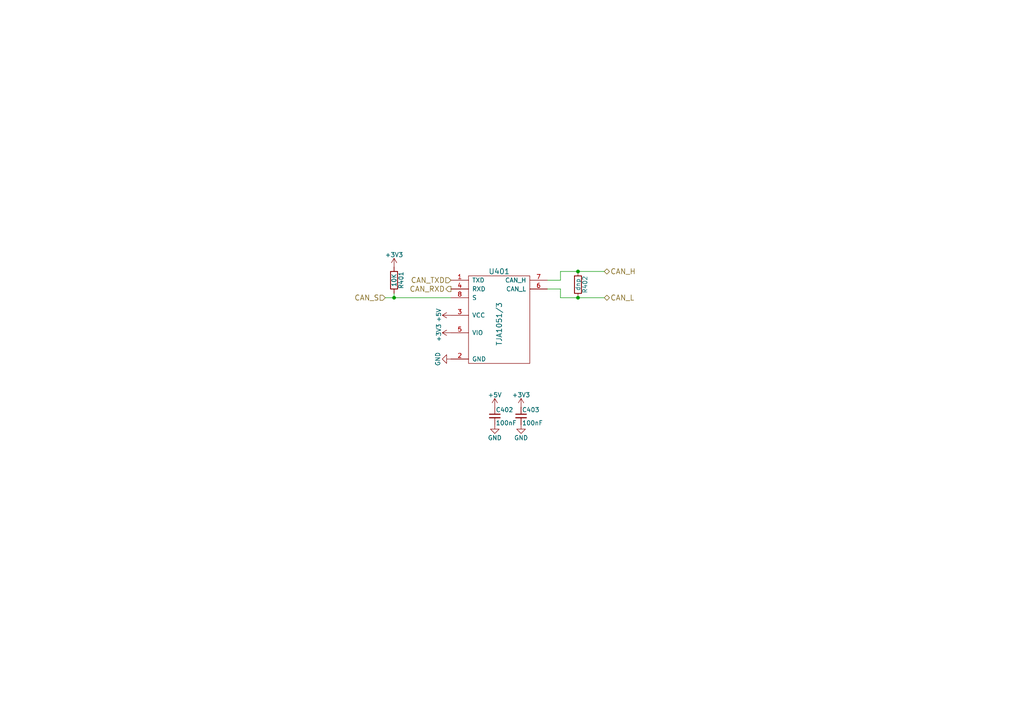
<source format=kicad_sch>
(kicad_sch
	(version 20231120)
	(generator "eeschema")
	(generator_version "8.0")
	(uuid "b97bad5c-2c5c-4d2c-b11c-9c3c5040d54a")
	(paper "A4")
	(lib_symbols
		(symbol "candleLight-rescue:+3V3"
			(power)
			(pin_names
				(offset 0)
			)
			(exclude_from_sim no)
			(in_bom yes)
			(on_board yes)
			(property "Reference" "#PWR"
				(at 0 -3.81 0)
				(effects
					(font
						(size 1.27 1.27)
					)
					(hide yes)
				)
			)
			(property "Value" "+3V3"
				(at 0 3.556 0)
				(effects
					(font
						(size 1.27 1.27)
					)
				)
			)
			(property "Footprint" ""
				(at 0 0 0)
				(effects
					(font
						(size 1.27 1.27)
					)
				)
			)
			(property "Datasheet" ""
				(at 0 0 0)
				(effects
					(font
						(size 1.27 1.27)
					)
				)
			)
			(property "Description" ""
				(at 0 0 0)
				(effects
					(font
						(size 1.27 1.27)
					)
					(hide yes)
				)
			)
			(property "Field5" ""
				(at 0 0 0)
				(effects
					(font
						(size 1.27 1.27)
					)
					(hide yes)
				)
			)
			(symbol "+3V3_0_1"
				(polyline
					(pts
						(xy -0.762 1.27) (xy 0 2.54)
					)
					(stroke
						(width 0)
						(type solid)
					)
					(fill
						(type none)
					)
				)
				(polyline
					(pts
						(xy 0 0) (xy 0 2.54)
					)
					(stroke
						(width 0)
						(type solid)
					)
					(fill
						(type none)
					)
				)
				(polyline
					(pts
						(xy 0 2.54) (xy 0.762 1.27)
					)
					(stroke
						(width 0)
						(type solid)
					)
					(fill
						(type none)
					)
				)
			)
			(symbol "+3V3_1_1"
				(pin power_in line
					(at 0 0 90)
					(length 0) hide
					(name "+3V3"
						(effects
							(font
								(size 1.27 1.27)
							)
						)
					)
					(number "1"
						(effects
							(font
								(size 1.27 1.27)
							)
						)
					)
				)
			)
		)
		(symbol "candleLight-rescue:+5V"
			(power)
			(pin_names
				(offset 0)
			)
			(exclude_from_sim no)
			(in_bom yes)
			(on_board yes)
			(property "Reference" "#PWR"
				(at 0 -3.81 0)
				(effects
					(font
						(size 1.27 1.27)
					)
					(hide yes)
				)
			)
			(property "Value" "+5V"
				(at 0 3.556 0)
				(effects
					(font
						(size 1.27 1.27)
					)
				)
			)
			(property "Footprint" ""
				(at 0 0 0)
				(effects
					(font
						(size 1.27 1.27)
					)
				)
			)
			(property "Datasheet" ""
				(at 0 0 0)
				(effects
					(font
						(size 1.27 1.27)
					)
				)
			)
			(property "Description" ""
				(at 0 0 0)
				(effects
					(font
						(size 1.27 1.27)
					)
					(hide yes)
				)
			)
			(property "Field5" ""
				(at 0 0 0)
				(effects
					(font
						(size 1.27 1.27)
					)
					(hide yes)
				)
			)
			(symbol "+5V_0_1"
				(polyline
					(pts
						(xy -0.762 1.27) (xy 0 2.54)
					)
					(stroke
						(width 0)
						(type solid)
					)
					(fill
						(type none)
					)
				)
				(polyline
					(pts
						(xy 0 0) (xy 0 2.54)
					)
					(stroke
						(width 0)
						(type solid)
					)
					(fill
						(type none)
					)
				)
				(polyline
					(pts
						(xy 0 2.54) (xy 0.762 1.27)
					)
					(stroke
						(width 0)
						(type solid)
					)
					(fill
						(type none)
					)
				)
			)
			(symbol "+5V_1_1"
				(pin power_in line
					(at 0 0 90)
					(length 0) hide
					(name "+5V"
						(effects
							(font
								(size 1.27 1.27)
							)
						)
					)
					(number "1"
						(effects
							(font
								(size 1.27 1.27)
							)
						)
					)
				)
			)
		)
		(symbol "candleLight-rescue:C_Small"
			(pin_numbers hide)
			(pin_names
				(offset 0.254) hide)
			(exclude_from_sim no)
			(in_bom yes)
			(on_board yes)
			(property "Reference" "C"
				(at 0.254 1.778 0)
				(effects
					(font
						(size 1.27 1.27)
					)
					(justify left)
				)
			)
			(property "Value" "C_Small"
				(at 0.254 -2.032 0)
				(effects
					(font
						(size 1.27 1.27)
					)
					(justify left)
				)
			)
			(property "Footprint" ""
				(at 0 0 0)
				(effects
					(font
						(size 1.27 1.27)
					)
				)
			)
			(property "Datasheet" ""
				(at 0 0 0)
				(effects
					(font
						(size 1.27 1.27)
					)
				)
			)
			(property "Description" ""
				(at 0 0 0)
				(effects
					(font
						(size 1.27 1.27)
					)
					(hide yes)
				)
			)
			(property "Field5" ""
				(at 0 0 0)
				(effects
					(font
						(size 1.27 1.27)
					)
					(hide yes)
				)
			)
			(property "ki_fp_filters" "C? C_????_* C_???? SMD*_c Capacitor*"
				(at 0 0 0)
				(effects
					(font
						(size 1.27 1.27)
					)
					(hide yes)
				)
			)
			(symbol "C_Small_0_1"
				(polyline
					(pts
						(xy -1.524 -0.508) (xy 1.524 -0.508)
					)
					(stroke
						(width 0.3302)
						(type solid)
					)
					(fill
						(type none)
					)
				)
				(polyline
					(pts
						(xy -1.524 0.508) (xy 1.524 0.508)
					)
					(stroke
						(width 0.3048)
						(type solid)
					)
					(fill
						(type none)
					)
				)
			)
			(symbol "C_Small_1_1"
				(pin passive line
					(at 0 2.54 270)
					(length 1.905)
					(name "~"
						(effects
							(font
								(size 1.016 1.016)
							)
						)
					)
					(number "1"
						(effects
							(font
								(size 1.016 1.016)
							)
						)
					)
				)
				(pin passive line
					(at 0 -2.54 90)
					(length 2.032)
					(name "~"
						(effects
							(font
								(size 1.016 1.016)
							)
						)
					)
					(number "2"
						(effects
							(font
								(size 1.016 1.016)
							)
						)
					)
				)
			)
		)
		(symbol "candleLight-rescue:GND"
			(power)
			(pin_names
				(offset 0)
			)
			(exclude_from_sim no)
			(in_bom yes)
			(on_board yes)
			(property "Reference" "#PWR"
				(at 0 -6.35 0)
				(effects
					(font
						(size 1.27 1.27)
					)
					(hide yes)
				)
			)
			(property "Value" "GND"
				(at 0 -3.81 0)
				(effects
					(font
						(size 1.27 1.27)
					)
				)
			)
			(property "Footprint" ""
				(at 0 0 0)
				(effects
					(font
						(size 1.27 1.27)
					)
				)
			)
			(property "Datasheet" ""
				(at 0 0 0)
				(effects
					(font
						(size 1.27 1.27)
					)
				)
			)
			(property "Description" ""
				(at 0 0 0)
				(effects
					(font
						(size 1.27 1.27)
					)
					(hide yes)
				)
			)
			(property "Field5" ""
				(at 0 0 0)
				(effects
					(font
						(size 1.27 1.27)
					)
					(hide yes)
				)
			)
			(symbol "GND_0_1"
				(polyline
					(pts
						(xy 0 0) (xy 0 -1.27) (xy 1.27 -1.27) (xy 0 -2.54) (xy -1.27 -1.27) (xy 0 -1.27)
					)
					(stroke
						(width 0)
						(type solid)
					)
					(fill
						(type none)
					)
				)
			)
			(symbol "GND_1_1"
				(pin power_in line
					(at 0 0 270)
					(length 0) hide
					(name "GND"
						(effects
							(font
								(size 1.27 1.27)
							)
						)
					)
					(number "1"
						(effects
							(font
								(size 1.27 1.27)
							)
						)
					)
				)
			)
		)
		(symbol "candleLight-rescue:R"
			(pin_numbers hide)
			(pin_names
				(offset 0)
			)
			(exclude_from_sim no)
			(in_bom yes)
			(on_board yes)
			(property "Reference" "R"
				(at 2.032 0 90)
				(effects
					(font
						(size 1.27 1.27)
					)
				)
			)
			(property "Value" "R"
				(at 0 0 90)
				(effects
					(font
						(size 1.27 1.27)
					)
				)
			)
			(property "Footprint" ""
				(at -1.778 0 90)
				(effects
					(font
						(size 1.27 1.27)
					)
				)
			)
			(property "Datasheet" ""
				(at 0 0 0)
				(effects
					(font
						(size 1.27 1.27)
					)
				)
			)
			(property "Description" ""
				(at 0 0 0)
				(effects
					(font
						(size 1.27 1.27)
					)
					(hide yes)
				)
			)
			(property "Field5" ""
				(at 0 0 0)
				(effects
					(font
						(size 1.27 1.27)
					)
					(hide yes)
				)
			)
			(property "ki_fp_filters" "R_* Resistor_*"
				(at 0 0 0)
				(effects
					(font
						(size 1.27 1.27)
					)
					(hide yes)
				)
			)
			(symbol "R_0_1"
				(rectangle
					(start -1.016 -2.54)
					(end 1.016 2.54)
					(stroke
						(width 0.254)
						(type solid)
					)
					(fill
						(type none)
					)
				)
			)
			(symbol "R_1_1"
				(pin passive line
					(at 0 3.81 270)
					(length 1.27)
					(name "~"
						(effects
							(font
								(size 1.27 1.27)
							)
						)
					)
					(number "1"
						(effects
							(font
								(size 1.27 1.27)
							)
						)
					)
				)
				(pin passive line
					(at 0 -3.81 90)
					(length 1.27)
					(name "~"
						(effects
							(font
								(size 1.27 1.27)
							)
						)
					)
					(number "2"
						(effects
							(font
								(size 1.27 1.27)
							)
						)
					)
				)
			)
		)
		(symbol "candleLight-rescue:TJA1051/3"
			(pin_names
				(offset 1.016)
			)
			(exclude_from_sim no)
			(in_bom yes)
			(on_board yes)
			(property "Reference" "U"
				(at 0 15.24 0)
				(effects
					(font
						(size 1.524 1.524)
					)
				)
			)
			(property "Value" "TJA1051/3"
				(at 0 0 90)
				(effects
					(font
						(size 1.524 1.524)
					)
				)
			)
			(property "Footprint" ""
				(at 0 3.81 0)
				(effects
					(font
						(size 1.524 1.524)
					)
				)
			)
			(property "Datasheet" ""
				(at 0 3.81 0)
				(effects
					(font
						(size 1.524 1.524)
					)
				)
			)
			(property "Description" ""
				(at 0 0 0)
				(effects
					(font
						(size 1.27 1.27)
					)
					(hide yes)
				)
			)
			(property "Field5" ""
				(at 0 0 0)
				(effects
					(font
						(size 1.27 1.27)
					)
					(hide yes)
				)
			)
			(symbol "TJA1051/3_0_1"
				(rectangle
					(start -8.89 13.97)
					(end 8.89 -11.43)
					(stroke
						(width 0)
						(type solid)
					)
					(fill
						(type none)
					)
				)
			)
			(symbol "TJA1051/3_1_1"
				(pin input line
					(at -13.97 12.7 0)
					(length 5.08)
					(name "TXD"
						(effects
							(font
								(size 1.27 1.27)
							)
						)
					)
					(number "1"
						(effects
							(font
								(size 1.27 1.27)
							)
						)
					)
				)
				(pin input line
					(at -13.97 -10.16 0)
					(length 5.08)
					(name "GND"
						(effects
							(font
								(size 1.27 1.27)
							)
						)
					)
					(number "2"
						(effects
							(font
								(size 1.27 1.27)
							)
						)
					)
				)
				(pin input line
					(at -13.97 2.54 0)
					(length 5.08)
					(name "VCC"
						(effects
							(font
								(size 1.27 1.27)
							)
						)
					)
					(number "3"
						(effects
							(font
								(size 1.27 1.27)
							)
						)
					)
				)
				(pin output line
					(at -13.97 10.16 0)
					(length 5.08)
					(name "RXD"
						(effects
							(font
								(size 1.27 1.27)
							)
						)
					)
					(number "4"
						(effects
							(font
								(size 1.27 1.27)
							)
						)
					)
				)
				(pin input line
					(at -13.97 -2.54 0)
					(length 5.08)
					(name "VIO"
						(effects
							(font
								(size 1.27 1.27)
							)
						)
					)
					(number "5"
						(effects
							(font
								(size 1.27 1.27)
							)
						)
					)
				)
				(pin bidirectional line
					(at 13.97 10.16 180)
					(length 5.08)
					(name "CAN_L"
						(effects
							(font
								(size 1.27 1.27)
							)
						)
					)
					(number "6"
						(effects
							(font
								(size 1.27 1.27)
							)
						)
					)
				)
				(pin bidirectional line
					(at 13.97 12.7 180)
					(length 5.08)
					(name "CAN_H"
						(effects
							(font
								(size 1.27 1.27)
							)
						)
					)
					(number "7"
						(effects
							(font
								(size 1.27 1.27)
							)
						)
					)
				)
				(pin input line
					(at -13.97 7.62 0)
					(length 5.08)
					(name "S"
						(effects
							(font
								(size 1.27 1.27)
							)
						)
					)
					(number "8"
						(effects
							(font
								(size 1.27 1.27)
							)
						)
					)
				)
			)
		)
	)
	(junction
		(at 167.64 78.74)
		(diameter 0)
		(color 0 0 0 0)
		(uuid "051a266b-1027-41c3-91b5-29221fc73e68")
	)
	(junction
		(at 167.64 86.36)
		(diameter 0)
		(color 0 0 0 0)
		(uuid "0a8e22b2-2b05-497c-aa36-9357ceb753e2")
	)
	(junction
		(at 114.3 86.36)
		(diameter 0)
		(color 0 0 0 0)
		(uuid "24344d18-e0fb-46d6-ac55-e81bb919bb94")
	)
	(wire
		(pts
			(xy 162.56 78.74) (xy 167.64 78.74)
		)
		(stroke
			(width 0)
			(type default)
		)
		(uuid "14736039-e8b4-4374-a782-1016ea772b62")
	)
	(wire
		(pts
			(xy 158.75 81.28) (xy 162.56 81.28)
		)
		(stroke
			(width 0)
			(type default)
		)
		(uuid "1c472976-4a25-48ef-b0d5-c9e437c1397b")
	)
	(wire
		(pts
			(xy 114.3 86.36) (xy 111.76 86.36)
		)
		(stroke
			(width 0)
			(type default)
		)
		(uuid "50c7322f-eb32-4482-aca9-77269906beef")
	)
	(wire
		(pts
			(xy 114.3 85.09) (xy 114.3 86.36)
		)
		(stroke
			(width 0)
			(type default)
		)
		(uuid "526acb34-1bd4-4036-83b5-8862dc8c65f8")
	)
	(wire
		(pts
			(xy 167.64 86.36) (xy 175.26 86.36)
		)
		(stroke
			(width 0)
			(type default)
		)
		(uuid "766bcee7-5ba6-408d-9b56-f649c8f1f8a5")
	)
	(wire
		(pts
			(xy 158.75 83.82) (xy 162.56 83.82)
		)
		(stroke
			(width 0)
			(type default)
		)
		(uuid "9774dabe-f8dc-4ee0-b7d1-f6f2c82e9478")
	)
	(wire
		(pts
			(xy 162.56 81.28) (xy 162.56 78.74)
		)
		(stroke
			(width 0)
			(type default)
		)
		(uuid "abdb54b7-53fb-4fa2-a4cb-d098b8318377")
	)
	(wire
		(pts
			(xy 162.56 86.36) (xy 167.64 86.36)
		)
		(stroke
			(width 0)
			(type default)
		)
		(uuid "b8c160b2-eaa0-4553-a1d7-23dd090ec05c")
	)
	(wire
		(pts
			(xy 167.64 78.74) (xy 175.26 78.74)
		)
		(stroke
			(width 0)
			(type default)
		)
		(uuid "c661fc88-f21a-46ba-b598-5421d0a0c4e6")
	)
	(wire
		(pts
			(xy 130.81 86.36) (xy 114.3 86.36)
		)
		(stroke
			(width 0)
			(type default)
		)
		(uuid "d6dcabdd-caf3-4435-bc6b-bbb11d180bdc")
	)
	(wire
		(pts
			(xy 162.56 83.82) (xy 162.56 86.36)
		)
		(stroke
			(width 0)
			(type default)
		)
		(uuid "f5fe6741-454c-4e15-a476-fe59af208948")
	)
	(hierarchical_label "CAN_H"
		(shape bidirectional)
		(at 175.26 78.74 0)
		(fields_autoplaced yes)
		(effects
			(font
				(size 1.524 1.524)
			)
			(justify left)
		)
		(uuid "0f82454d-02d7-4e00-9cdf-e1bd155e494b")
	)
	(hierarchical_label "CAN_TXD"
		(shape input)
		(at 130.81 81.28 180)
		(fields_autoplaced yes)
		(effects
			(font
				(size 1.524 1.524)
			)
			(justify right)
		)
		(uuid "385a0e14-4ad2-4026-9bb8-e0a7014d60e3")
	)
	(hierarchical_label "CAN_L"
		(shape bidirectional)
		(at 175.26 86.36 0)
		(fields_autoplaced yes)
		(effects
			(font
				(size 1.524 1.524)
			)
			(justify left)
		)
		(uuid "418f0bac-7abc-4885-9533-f88b0f0d77ce")
	)
	(hierarchical_label "CAN_RXD"
		(shape output)
		(at 130.81 83.82 180)
		(fields_autoplaced yes)
		(effects
			(font
				(size 1.524 1.524)
			)
			(justify right)
		)
		(uuid "a9027be8-5857-4a14-8b87-82ad22f46bb5")
	)
	(hierarchical_label "CAN_S"
		(shape input)
		(at 111.76 86.36 180)
		(fields_autoplaced yes)
		(effects
			(font
				(size 1.524 1.524)
			)
			(justify right)
		)
		(uuid "fd6a5d90-3592-4b42-831b-f8340516c9ed")
	)
	(symbol
		(lib_id "candleLight-rescue:GND")
		(at 130.81 104.14 270)
		(unit 1)
		(exclude_from_sim no)
		(in_bom yes)
		(on_board yes)
		(dnp no)
		(uuid "00000000-0000-0000-0000-000056f59a07")
		(property "Reference" "#PWR024"
			(at 124.46 104.14 0)
			(effects
				(font
					(size 1.27 1.27)
				)
				(hide yes)
			)
		)
		(property "Value" "GND"
			(at 127 104.14 0)
			(effects
				(font
					(size 1.27 1.27)
				)
			)
		)
		(property "Footprint" ""
			(at 130.81 104.14 0)
			(effects
				(font
					(size 1.27 1.27)
				)
			)
		)
		(property "Datasheet" ""
			(at 130.81 104.14 0)
			(effects
				(font
					(size 1.27 1.27)
				)
			)
		)
		(property "Description" ""
			(at 130.81 104.14 0)
			(effects
				(font
					(size 1.27 1.27)
				)
				(hide yes)
			)
		)
		(pin "1"
			(uuid "f2940250-31a9-452f-8004-b2b61145a86c")
		)
		(instances
			(project "candleLight"
				(path "/a7c5f877-da93-493b-a81a-835318e2a893/00000000-0000-0000-0000-000056f3b1ac"
					(reference "#PWR024")
					(unit 1)
				)
			)
		)
	)
	(symbol
		(lib_id "candleLight-rescue:TJA1051/3")
		(at 144.78 93.98 0)
		(unit 1)
		(exclude_from_sim no)
		(in_bom yes)
		(on_board yes)
		(dnp no)
		(uuid "00000000-0000-0000-0000-000056f5a273")
		(property "Reference" "U401"
			(at 144.78 78.74 0)
			(effects
				(font
					(size 1.524 1.524)
				)
			)
		)
		(property "Value" "TJA1051/3"
			(at 144.78 93.98 90)
			(effects
				(font
					(size 1.524 1.524)
				)
			)
		)
		(property "Footprint" "Housings_SOIC:SOIC-8_3.9x4.9mm_Pitch1.27mm"
			(at 144.78 90.17 0)
			(effects
				(font
					(size 1.524 1.524)
				)
				(hide yes)
			)
		)
		(property "Datasheet" ""
			(at 144.78 90.17 0)
			(effects
				(font
					(size 1.524 1.524)
				)
			)
		)
		(property "Description" ""
			(at 144.78 93.98 0)
			(effects
				(font
					(size 1.27 1.27)
				)
				(hide yes)
			)
		)
		(pin "2"
			(uuid "6e0b2e22-dc23-459d-b1a6-c9f3a9b91d24")
		)
		(pin "4"
			(uuid "80bbc2ed-132f-400e-8d01-b8c1fcab043c")
		)
		(pin "5"
			(uuid "bea54c48-9dab-43bd-909b-e16e9541be1c")
		)
		(pin "7"
			(uuid "6418e180-5ab8-4e21-b415-15a985c3bd03")
		)
		(pin "8"
			(uuid "46c3b016-b882-4f8b-8c6f-532e343b5c87")
		)
		(pin "3"
			(uuid "ac8f6469-ba03-4f3c-aae5-4a2bf53e903d")
		)
		(pin "6"
			(uuid "83a33861-ab9b-4844-830d-24f9bcd74fb5")
		)
		(pin "1"
			(uuid "9ca0129c-6f9a-4874-9b8e-b792755ff9ec")
		)
		(instances
			(project "candleLight"
				(path "/a7c5f877-da93-493b-a81a-835318e2a893/00000000-0000-0000-0000-000056f3b1ac"
					(reference "U401")
					(unit 1)
				)
			)
		)
	)
	(symbol
		(lib_id "candleLight-rescue:C_Small")
		(at 151.13 120.65 0)
		(unit 1)
		(exclude_from_sim no)
		(in_bom yes)
		(on_board yes)
		(dnp no)
		(uuid "00000000-0000-0000-0000-000056f5a3fd")
		(property "Reference" "C403"
			(at 151.384 118.872 0)
			(effects
				(font
					(size 1.27 1.27)
				)
				(justify left)
			)
		)
		(property "Value" "100nF"
			(at 151.384 122.682 0)
			(effects
				(font
					(size 1.27 1.27)
				)
				(justify left)
			)
		)
		(property "Footprint" "Capacitors_SMD:C_0603"
			(at 151.13 120.65 0)
			(effects
				(font
					(size 1.27 1.27)
				)
				(hide yes)
			)
		)
		(property "Datasheet" ""
			(at 151.13 120.65 0)
			(effects
				(font
					(size 1.27 1.27)
				)
			)
		)
		(property "Description" ""
			(at 151.13 120.65 0)
			(effects
				(font
					(size 1.27 1.27)
				)
				(hide yes)
			)
		)
		(pin "2"
			(uuid "999c8b5d-aa81-448e-ad60-4562f6eed62a")
		)
		(pin "1"
			(uuid "e7b29d63-3ba9-4c1d-ab6a-062cd99f6e26")
		)
		(instances
			(project "candleLight"
				(path "/a7c5f877-da93-493b-a81a-835318e2a893/00000000-0000-0000-0000-000056f3b1ac"
					(reference "C403")
					(unit 1)
				)
			)
		)
	)
	(symbol
		(lib_id "candleLight-rescue:C_Small")
		(at 143.51 120.65 0)
		(unit 1)
		(exclude_from_sim no)
		(in_bom yes)
		(on_board yes)
		(dnp no)
		(uuid "00000000-0000-0000-0000-000056f5a44c")
		(property "Reference" "C402"
			(at 143.764 118.872 0)
			(effects
				(font
					(size 1.27 1.27)
				)
				(justify left)
			)
		)
		(property "Value" "100nF"
			(at 143.764 122.682 0)
			(effects
				(font
					(size 1.27 1.27)
				)
				(justify left)
			)
		)
		(property "Footprint" "Capacitors_SMD:C_0603"
			(at 143.51 120.65 0)
			(effects
				(font
					(size 1.27 1.27)
				)
				(hide yes)
			)
		)
		(property "Datasheet" ""
			(at 143.51 120.65 0)
			(effects
				(font
					(size 1.27 1.27)
				)
			)
		)
		(property "Description" ""
			(at 143.51 120.65 0)
			(effects
				(font
					(size 1.27 1.27)
				)
				(hide yes)
			)
		)
		(pin "1"
			(uuid "28e420d7-516c-4da6-83f5-fdadfd92df03")
		)
		(pin "2"
			(uuid "16d8cda1-7bc0-4223-b708-dc4e343680d8")
		)
		(instances
			(project "candleLight"
				(path "/a7c5f877-da93-493b-a81a-835318e2a893/00000000-0000-0000-0000-000056f3b1ac"
					(reference "C402")
					(unit 1)
				)
			)
		)
	)
	(symbol
		(lib_id "candleLight-rescue:GND")
		(at 143.51 123.19 0)
		(unit 1)
		(exclude_from_sim no)
		(in_bom yes)
		(on_board yes)
		(dnp no)
		(uuid "00000000-0000-0000-0000-000056f5a5ea")
		(property "Reference" "#PWR025"
			(at 143.51 129.54 0)
			(effects
				(font
					(size 1.27 1.27)
				)
				(hide yes)
			)
		)
		(property "Value" "GND"
			(at 143.51 127 0)
			(effects
				(font
					(size 1.27 1.27)
				)
			)
		)
		(property "Footprint" ""
			(at 143.51 123.19 0)
			(effects
				(font
					(size 1.27 1.27)
				)
			)
		)
		(property "Datasheet" ""
			(at 143.51 123.19 0)
			(effects
				(font
					(size 1.27 1.27)
				)
			)
		)
		(property "Description" ""
			(at 143.51 123.19 0)
			(effects
				(font
					(size 1.27 1.27)
				)
				(hide yes)
			)
		)
		(pin "1"
			(uuid "2dae0d54-2420-4c9b-b7cd-57821e6de984")
		)
		(instances
			(project "candleLight"
				(path "/a7c5f877-da93-493b-a81a-835318e2a893/00000000-0000-0000-0000-000056f3b1ac"
					(reference "#PWR025")
					(unit 1)
				)
			)
		)
	)
	(symbol
		(lib_id "candleLight-rescue:GND")
		(at 151.13 123.19 0)
		(unit 1)
		(exclude_from_sim no)
		(in_bom yes)
		(on_board yes)
		(dnp no)
		(uuid "00000000-0000-0000-0000-000056f5a60a")
		(property "Reference" "#PWR026"
			(at 151.13 129.54 0)
			(effects
				(font
					(size 1.27 1.27)
				)
				(hide yes)
			)
		)
		(property "Value" "GND"
			(at 151.13 127 0)
			(effects
				(font
					(size 1.27 1.27)
				)
			)
		)
		(property "Footprint" ""
			(at 151.13 123.19 0)
			(effects
				(font
					(size 1.27 1.27)
				)
			)
		)
		(property "Datasheet" ""
			(at 151.13 123.19 0)
			(effects
				(font
					(size 1.27 1.27)
				)
			)
		)
		(property "Description" ""
			(at 151.13 123.19 0)
			(effects
				(font
					(size 1.27 1.27)
				)
				(hide yes)
			)
		)
		(pin "1"
			(uuid "13f45430-58c0-43b9-8a6e-c10154e6cc02")
		)
		(instances
			(project "candleLight"
				(path "/a7c5f877-da93-493b-a81a-835318e2a893/00000000-0000-0000-0000-000056f3b1ac"
					(reference "#PWR026")
					(unit 1)
				)
			)
		)
	)
	(symbol
		(lib_id "candleLight-rescue:+3V3")
		(at 151.13 118.11 0)
		(unit 1)
		(exclude_from_sim no)
		(in_bom yes)
		(on_board yes)
		(dnp no)
		(uuid "00000000-0000-0000-0000-000056f5a80b")
		(property "Reference" "#PWR027"
			(at 151.13 121.92 0)
			(effects
				(font
					(size 1.27 1.27)
				)
				(hide yes)
			)
		)
		(property "Value" "+3V3"
			(at 151.13 114.554 0)
			(effects
				(font
					(size 1.27 1.27)
				)
			)
		)
		(property "Footprint" ""
			(at 151.13 118.11 0)
			(effects
				(font
					(size 1.27 1.27)
				)
			)
		)
		(property "Datasheet" ""
			(at 151.13 118.11 0)
			(effects
				(font
					(size 1.27 1.27)
				)
			)
		)
		(property "Description" ""
			(at 151.13 118.11 0)
			(effects
				(font
					(size 1.27 1.27)
				)
				(hide yes)
			)
		)
		(pin "1"
			(uuid "de3ec040-c143-4ef0-b3f1-692a2927f7ef")
		)
		(instances
			(project "candleLight"
				(path "/a7c5f877-da93-493b-a81a-835318e2a893/00000000-0000-0000-0000-000056f3b1ac"
					(reference "#PWR027")
					(unit 1)
				)
			)
		)
	)
	(symbol
		(lib_id "candleLight-rescue:+5V")
		(at 143.51 118.11 0)
		(unit 1)
		(exclude_from_sim no)
		(in_bom yes)
		(on_board yes)
		(dnp no)
		(uuid "00000000-0000-0000-0000-000056f5a9e6")
		(property "Reference" "#PWR028"
			(at 143.51 121.92 0)
			(effects
				(font
					(size 1.27 1.27)
				)
				(hide yes)
			)
		)
		(property "Value" "+5V"
			(at 143.51 114.554 0)
			(effects
				(font
					(size 1.27 1.27)
				)
			)
		)
		(property "Footprint" ""
			(at 143.51 118.11 0)
			(effects
				(font
					(size 1.27 1.27)
				)
			)
		)
		(property "Datasheet" ""
			(at 143.51 118.11 0)
			(effects
				(font
					(size 1.27 1.27)
				)
			)
		)
		(property "Description" ""
			(at 143.51 118.11 0)
			(effects
				(font
					(size 1.27 1.27)
				)
				(hide yes)
			)
		)
		(pin "1"
			(uuid "b7f2b01f-d93f-4aa1-abd6-29d159e45ad8")
		)
		(instances
			(project "candleLight"
				(path "/a7c5f877-da93-493b-a81a-835318e2a893/00000000-0000-0000-0000-000056f3b1ac"
					(reference "#PWR028")
					(unit 1)
				)
			)
		)
	)
	(symbol
		(lib_id "candleLight-rescue:+3V3")
		(at 130.81 96.52 90)
		(unit 1)
		(exclude_from_sim no)
		(in_bom yes)
		(on_board yes)
		(dnp no)
		(uuid "00000000-0000-0000-0000-000056f5ab59")
		(property "Reference" "#PWR029"
			(at 134.62 96.52 0)
			(effects
				(font
					(size 1.27 1.27)
				)
				(hide yes)
			)
		)
		(property "Value" "+3V3"
			(at 127.254 96.52 0)
			(effects
				(font
					(size 1.27 1.27)
				)
			)
		)
		(property "Footprint" ""
			(at 130.81 96.52 0)
			(effects
				(font
					(size 1.27 1.27)
				)
			)
		)
		(property "Datasheet" ""
			(at 130.81 96.52 0)
			(effects
				(font
					(size 1.27 1.27)
				)
			)
		)
		(property "Description" ""
			(at 130.81 96.52 0)
			(effects
				(font
					(size 1.27 1.27)
				)
				(hide yes)
			)
		)
		(pin "1"
			(uuid "0c46b11c-290c-403c-9d4e-13f4c32a9fb0")
		)
		(instances
			(project "candleLight"
				(path "/a7c5f877-da93-493b-a81a-835318e2a893/00000000-0000-0000-0000-000056f3b1ac"
					(reference "#PWR029")
					(unit 1)
				)
			)
		)
	)
	(symbol
		(lib_id "candleLight-rescue:+5V")
		(at 130.81 91.44 90)
		(unit 1)
		(exclude_from_sim no)
		(in_bom yes)
		(on_board yes)
		(dnp no)
		(uuid "00000000-0000-0000-0000-000056f5ab75")
		(property "Reference" "#PWR030"
			(at 134.62 91.44 0)
			(effects
				(font
					(size 1.27 1.27)
				)
				(hide yes)
			)
		)
		(property "Value" "+5V"
			(at 127.254 91.44 0)
			(effects
				(font
					(size 1.27 1.27)
				)
			)
		)
		(property "Footprint" ""
			(at 130.81 91.44 0)
			(effects
				(font
					(size 1.27 1.27)
				)
			)
		)
		(property "Datasheet" ""
			(at 130.81 91.44 0)
			(effects
				(font
					(size 1.27 1.27)
				)
			)
		)
		(property "Description" ""
			(at 130.81 91.44 0)
			(effects
				(font
					(size 1.27 1.27)
				)
				(hide yes)
			)
		)
		(pin "1"
			(uuid "1e793566-89fc-4f7b-a447-7dba1116ffd4")
		)
		(instances
			(project "candleLight"
				(path "/a7c5f877-da93-493b-a81a-835318e2a893/00000000-0000-0000-0000-000056f3b1ac"
					(reference "#PWR030")
					(unit 1)
				)
			)
		)
	)
	(symbol
		(lib_id "candleLight-rescue:R")
		(at 114.3 81.28 0)
		(unit 1)
		(exclude_from_sim no)
		(in_bom yes)
		(on_board yes)
		(dnp no)
		(uuid "00000000-0000-0000-0000-000056f69c0c")
		(property "Reference" "R401"
			(at 116.332 81.28 90)
			(effects
				(font
					(size 1.27 1.27)
				)
			)
		)
		(property "Value" "10K"
			(at 114.3 81.28 90)
			(effects
				(font
					(size 1.27 1.27)
				)
			)
		)
		(property "Footprint" "Resistors_SMD:R_0603"
			(at 112.522 81.28 90)
			(effects
				(font
					(size 1.27 1.27)
				)
				(hide yes)
			)
		)
		(property "Datasheet" ""
			(at 114.3 81.28 0)
			(effects
				(font
					(size 1.27 1.27)
				)
			)
		)
		(property "Description" ""
			(at 114.3 81.28 0)
			(effects
				(font
					(size 1.27 1.27)
				)
				(hide yes)
			)
		)
		(pin "1"
			(uuid "2bb9c3de-c064-4168-a26d-b650118845f4")
		)
		(pin "2"
			(uuid "b15159e8-44c5-4830-9d43-961cac323d93")
		)
		(instances
			(project "candleLight"
				(path "/a7c5f877-da93-493b-a81a-835318e2a893/00000000-0000-0000-0000-000056f3b1ac"
					(reference "R401")
					(unit 1)
				)
			)
		)
	)
	(symbol
		(lib_id "candleLight-rescue:+3V3")
		(at 114.3 77.47 0)
		(unit 1)
		(exclude_from_sim no)
		(in_bom yes)
		(on_board yes)
		(dnp no)
		(uuid "00000000-0000-0000-0000-000056f69c59")
		(property "Reference" "#PWR031"
			(at 114.3 81.28 0)
			(effects
				(font
					(size 1.27 1.27)
				)
				(hide yes)
			)
		)
		(property "Value" "+3V3"
			(at 114.3 73.914 0)
			(effects
				(font
					(size 1.27 1.27)
				)
			)
		)
		(property "Footprint" ""
			(at 114.3 77.47 0)
			(effects
				(font
					(size 1.27 1.27)
				)
			)
		)
		(property "Datasheet" ""
			(at 114.3 77.47 0)
			(effects
				(font
					(size 1.27 1.27)
				)
			)
		)
		(property "Description" ""
			(at 114.3 77.47 0)
			(effects
				(font
					(size 1.27 1.27)
				)
				(hide yes)
			)
		)
		(pin "1"
			(uuid "4b282dff-506f-43c3-8d6b-9beb4f509acb")
		)
		(instances
			(project "candleLight"
				(path "/a7c5f877-da93-493b-a81a-835318e2a893/00000000-0000-0000-0000-000056f3b1ac"
					(reference "#PWR031")
					(unit 1)
				)
			)
		)
	)
	(symbol
		(lib_id "candleLight-rescue:R")
		(at 167.64 82.55 0)
		(unit 1)
		(exclude_from_sim no)
		(in_bom yes)
		(on_board yes)
		(dnp no)
		(uuid "00000000-0000-0000-0000-000056f69e23")
		(property "Reference" "R402"
			(at 169.672 82.55 90)
			(effects
				(font
					(size 1.27 1.27)
				)
			)
		)
		(property "Value" "dnp"
			(at 167.64 82.55 90)
			(effects
				(font
					(size 1.27 1.27)
				)
			)
		)
		(property "Footprint" "Resistors_SMD:R_0805"
			(at 165.862 82.55 90)
			(effects
				(font
					(size 1.27 1.27)
				)
				(hide yes)
			)
		)
		(property "Datasheet" ""
			(at 167.64 82.55 0)
			(effects
				(font
					(size 1.27 1.27)
				)
			)
		)
		(property "Description" ""
			(at 167.64 82.55 0)
			(effects
				(font
					(size 1.27 1.27)
				)
				(hide yes)
			)
		)
		(pin "1"
			(uuid "e4f5c52a-c3fd-4708-8e5f-35551f5ab65e")
		)
		(pin "2"
			(uuid "e04d3a6f-70b3-4150-bdfe-3dc6d9182a51")
		)
		(instances
			(project "candleLight"
				(path "/a7c5f877-da93-493b-a81a-835318e2a893/00000000-0000-0000-0000-000056f3b1ac"
					(reference "R402")
					(unit 1)
				)
			)
		)
	)
)

</source>
